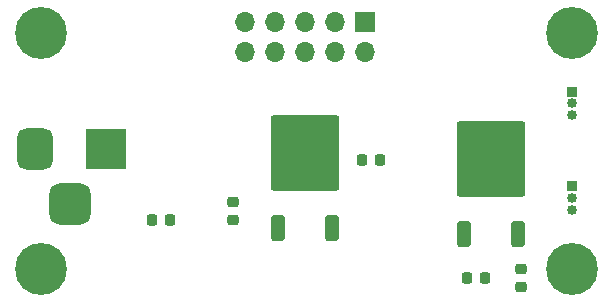
<source format=gbr>
%TF.GenerationSoftware,KiCad,Pcbnew,7.0.2-0*%
%TF.CreationDate,2023-10-10T16:02:43-04:00*%
%TF.ProjectId,WiringHarness,57697269-6e67-4486-9172-6e6573732e6b,rev?*%
%TF.SameCoordinates,Original*%
%TF.FileFunction,Soldermask,Top*%
%TF.FilePolarity,Negative*%
%FSLAX46Y46*%
G04 Gerber Fmt 4.6, Leading zero omitted, Abs format (unit mm)*
G04 Created by KiCad (PCBNEW 7.0.2-0) date 2023-10-10 16:02:43*
%MOMM*%
%LPD*%
G01*
G04 APERTURE LIST*
G04 Aperture macros list*
%AMRoundRect*
0 Rectangle with rounded corners*
0 $1 Rounding radius*
0 $2 $3 $4 $5 $6 $7 $8 $9 X,Y pos of 4 corners*
0 Add a 4 corners polygon primitive as box body*
4,1,4,$2,$3,$4,$5,$6,$7,$8,$9,$2,$3,0*
0 Add four circle primitives for the rounded corners*
1,1,$1+$1,$2,$3*
1,1,$1+$1,$4,$5*
1,1,$1+$1,$6,$7*
1,1,$1+$1,$8,$9*
0 Add four rect primitives between the rounded corners*
20,1,$1+$1,$2,$3,$4,$5,0*
20,1,$1+$1,$4,$5,$6,$7,0*
20,1,$1+$1,$6,$7,$8,$9,0*
20,1,$1+$1,$8,$9,$2,$3,0*%
G04 Aperture macros list end*
%ADD10R,0.850000X0.850000*%
%ADD11O,0.850000X0.850000*%
%ADD12RoundRect,0.225000X0.250000X-0.225000X0.250000X0.225000X-0.250000X0.225000X-0.250000X-0.225000X0*%
%ADD13C,4.400000*%
%ADD14RoundRect,0.250000X0.350000X-0.850000X0.350000X0.850000X-0.350000X0.850000X-0.350000X-0.850000X0*%
%ADD15RoundRect,0.249997X2.650003X-2.950003X2.650003X2.950003X-2.650003X2.950003X-2.650003X-2.950003X0*%
%ADD16RoundRect,0.225000X-0.225000X-0.250000X0.225000X-0.250000X0.225000X0.250000X-0.225000X0.250000X0*%
%ADD17RoundRect,0.225000X0.225000X0.250000X-0.225000X0.250000X-0.225000X-0.250000X0.225000X-0.250000X0*%
%ADD18R,3.500000X3.500000*%
%ADD19RoundRect,0.750000X-0.750000X-1.000000X0.750000X-1.000000X0.750000X1.000000X-0.750000X1.000000X0*%
%ADD20RoundRect,0.875000X-0.875000X-0.875000X0.875000X-0.875000X0.875000X0.875000X-0.875000X0.875000X0*%
%ADD21R,1.700000X1.700000*%
%ADD22O,1.700000X1.700000*%
%ADD23RoundRect,0.225000X-0.250000X0.225000X-0.250000X-0.225000X0.250000X-0.225000X0.250000X0.225000X0*%
%ADD24RoundRect,0.218750X-0.218750X-0.256250X0.218750X-0.256250X0.218750X0.256250X-0.218750X0.256250X0*%
G04 APERTURE END LIST*
D10*
%TO.C,J3*%
X205000000Y-53000000D03*
D11*
X205000000Y-54000000D03*
X205000000Y-55000000D03*
%TD*%
D12*
%TO.C,C2*%
X176276000Y-55906000D03*
X176276000Y-54356000D03*
%TD*%
D13*
%TO.C,H5*%
X160000000Y-40000000D03*
%TD*%
D14*
%TO.C,U2*%
X180092000Y-56524000D03*
D15*
X182372000Y-50224000D03*
D14*
X184652000Y-56524000D03*
%TD*%
D13*
%TO.C,H3*%
X160000000Y-60000000D03*
%TD*%
D10*
%TO.C,J2*%
X205000000Y-45000000D03*
D11*
X205000000Y-46000000D03*
X205000000Y-47000000D03*
%TD*%
D16*
%TO.C,C1*%
X196088000Y-60802000D03*
X197638000Y-60802000D03*
%TD*%
D17*
%TO.C,C3*%
X188735000Y-50800000D03*
X187185000Y-50800000D03*
%TD*%
D18*
%TO.C,J1*%
X165512000Y-49842500D03*
D19*
X159512000Y-49842500D03*
D20*
X162512000Y-54542500D03*
%TD*%
D14*
%TO.C,U1*%
X195840000Y-57032000D03*
D15*
X198120000Y-50732000D03*
D14*
X200400000Y-57032000D03*
%TD*%
D13*
%TO.C,H2*%
X205000000Y-60000000D03*
%TD*%
D21*
%TO.C,J4*%
X187452000Y-39116000D03*
D22*
X187452000Y-41656000D03*
X184912000Y-39116000D03*
X184912000Y-41656000D03*
X182372000Y-39116000D03*
X182372000Y-41656000D03*
X179832000Y-39116000D03*
X179832000Y-41656000D03*
X177292000Y-39116000D03*
X177292000Y-41656000D03*
%TD*%
D13*
%TO.C,H1*%
X205000000Y-40000000D03*
%TD*%
D23*
%TO.C,C4*%
X200661000Y-60027000D03*
X200661000Y-61577000D03*
%TD*%
D24*
%TO.C,FB1*%
X169392500Y-55880000D03*
X170967500Y-55880000D03*
%TD*%
M02*

</source>
